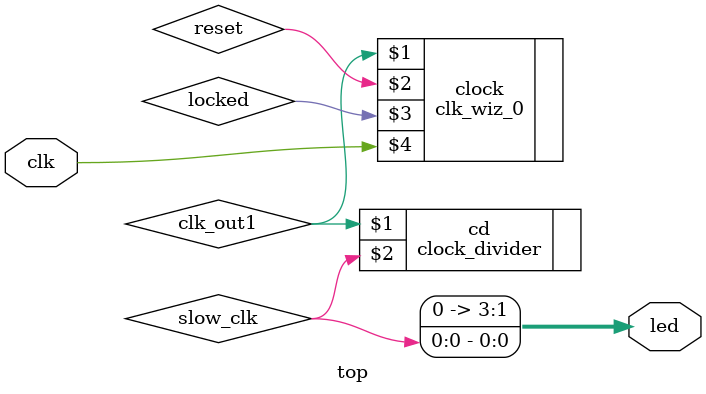
<source format=v>
`timescale 1ns / 1ps


module top(
    input wire clk,
    output wire[3:0] led
    );
    
    wire clk_out1;
    wire reset;
    wire locked;
    
    clk_wiz_0 clock(
        // Clock in ports
        // Clock out ports
        clk_out1,
        // Status and control signals
        reset,
        locked,
        clk
    );
    
    wire slow_clk;
    
    clock_divider cd(clk_out1, slow_clk);
    
    assign led[0] = slow_clk;
    assign led[1] = 0;
    assign led[2] = 0;
    assign led[3] = 0;    
 
endmodule

</source>
